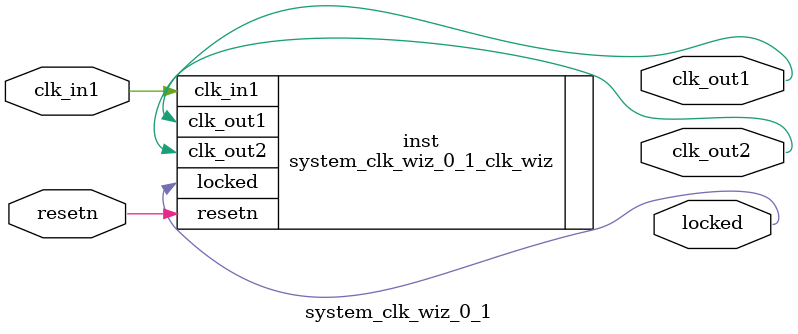
<source format=v>


`timescale 1ps/1ps

(* CORE_GENERATION_INFO = "system_clk_wiz_0_1,clk_wiz_v5_4_0_0,{component_name=system_clk_wiz_0_1,use_phase_alignment=true,use_min_o_jitter=false,use_max_i_jitter=false,use_dyn_phase_shift=false,use_inclk_switchover=false,use_dyn_reconfig=false,enable_axi=0,feedback_source=FDBK_AUTO,PRIMITIVE=MMCM,num_out_clk=2,clkin1_period=10.000,clkin2_period=10.000,use_power_down=false,use_reset=true,use_locked=true,use_inclk_stopped=false,feedback_type=SINGLE,CLOCK_MGR_TYPE=NA,manual_override=false}" *)

module system_clk_wiz_0_1 
 (
  // Clock out ports
  output        clk_out1,
  output        clk_out2,
  // Status and control signals
  input         resetn,
  output        locked,
 // Clock in ports
  input         clk_in1
 );

  system_clk_wiz_0_1_clk_wiz inst
  (
  // Clock out ports  
  .clk_out1(clk_out1),
  .clk_out2(clk_out2),
  // Status and control signals               
  .resetn(resetn), 
  .locked(locked),
 // Clock in ports
  .clk_in1(clk_in1)
  );

endmodule

</source>
